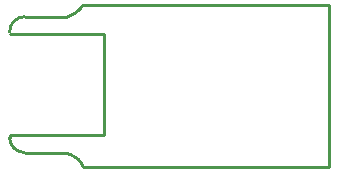
<source format=gm1>
G04*
G04 #@! TF.GenerationSoftware,Altium Limited,Altium Designer,24.4.1 (13)*
G04*
G04 Layer_Color=16711935*
%FSLAX25Y25*%
%MOIN*%
G70*
G04*
G04 #@! TF.SameCoordinates,AA9B8025-BE10-49C8-B8BA-64AABDCBB2E5*
G04*
G04*
G04 #@! TF.FilePolarity,Positive*
G04*
G01*
G75*
%ADD18C,0.01000*%
D18*
X-984Y12874D02*
G03*
X4016Y7874I5000J0D01*
G01*
Y53150D02*
G03*
X-984Y48150I0J-5000D01*
G01*
X105512Y5000D02*
Y55020D01*
X22851Y4382D02*
X23578Y3020D01*
X21871Y5575D02*
X22851Y4382D01*
X20678Y6554D02*
X21871Y5575D01*
X19317Y7282D02*
X20678Y6554D01*
X17840Y7730D02*
X19317Y7282D01*
X16304Y7881D02*
X17840Y7730D01*
X22752Y56558D02*
X23281Y57087D01*
X105512Y57087D01*
X16205Y53058D02*
X17741Y53210D01*
X19218Y53658D01*
X21773Y55365D02*
X22752Y56558D01*
X20580Y54385D02*
X21773Y55365D01*
X19218Y53658D02*
X20580Y54385D01*
X105512Y2953D02*
Y57087D01*
X23578Y2953D02*
X105315Y2953D01*
X-984Y12874D02*
Y13780D01*
X4016Y7874D02*
X5906D01*
X16304D01*
X4016Y53150D02*
X5906D01*
X16205Y53058D01*
X-984Y13780D02*
X30512D01*
Y47244D01*
X-984D02*
X30512D01*
M02*

</source>
